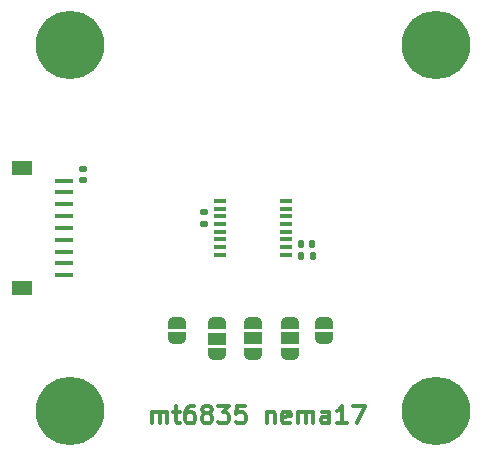
<source format=gbr>
%TF.GenerationSoftware,KiCad,Pcbnew,7.0.9*%
%TF.CreationDate,2024-01-18T20:35:56-05:00*%
%TF.ProjectId,mt6835-nema17,6d743638-3335-42d6-9e65-6d6131372e6b,rev?*%
%TF.SameCoordinates,PX85e0760PY599de50*%
%TF.FileFunction,Soldermask,Top*%
%TF.FilePolarity,Negative*%
%FSLAX46Y46*%
G04 Gerber Fmt 4.6, Leading zero omitted, Abs format (unit mm)*
G04 Created by KiCad (PCBNEW 7.0.9) date 2024-01-18 20:35:56*
%MOMM*%
%LPD*%
G01*
G04 APERTURE LIST*
G04 Aperture macros list*
%AMRoundRect*
0 Rectangle with rounded corners*
0 $1 Rounding radius*
0 $2 $3 $4 $5 $6 $7 $8 $9 X,Y pos of 4 corners*
0 Add a 4 corners polygon primitive as box body*
4,1,4,$2,$3,$4,$5,$6,$7,$8,$9,$2,$3,0*
0 Add four circle primitives for the rounded corners*
1,1,$1+$1,$2,$3*
1,1,$1+$1,$4,$5*
1,1,$1+$1,$6,$7*
1,1,$1+$1,$8,$9*
0 Add four rect primitives between the rounded corners*
20,1,$1+$1,$2,$3,$4,$5,0*
20,1,$1+$1,$4,$5,$6,$7,0*
20,1,$1+$1,$6,$7,$8,$9,0*
20,1,$1+$1,$8,$9,$2,$3,0*%
%AMFreePoly0*
4,1,19,0.500000,-0.750000,0.000000,-0.750000,0.000000,-0.744911,-0.071157,-0.744911,-0.207708,-0.704816,-0.327430,-0.627875,-0.420627,-0.520320,-0.479746,-0.390866,-0.500000,-0.250000,-0.500000,0.250000,-0.479746,0.390866,-0.420627,0.520320,-0.327430,0.627875,-0.207708,0.704816,-0.071157,0.744911,0.000000,0.744911,0.000000,0.750000,0.500000,0.750000,0.500000,-0.750000,0.500000,-0.750000,
$1*%
%AMFreePoly1*
4,1,19,0.000000,0.744911,0.071157,0.744911,0.207708,0.704816,0.327430,0.627875,0.420627,0.520320,0.479746,0.390866,0.500000,0.250000,0.500000,-0.250000,0.479746,-0.390866,0.420627,-0.520320,0.327430,-0.627875,0.207708,-0.704816,0.071157,-0.744911,0.000000,-0.744911,0.000000,-0.750000,-0.500000,-0.750000,-0.500000,0.750000,0.000000,0.750000,0.000000,0.744911,0.000000,0.744911,
$1*%
%AMFreePoly2*
4,1,19,0.550000,-0.750000,0.000000,-0.750000,0.000000,-0.744911,-0.071157,-0.744911,-0.207708,-0.704816,-0.327430,-0.627875,-0.420627,-0.520320,-0.479746,-0.390866,-0.500000,-0.250000,-0.500000,0.250000,-0.479746,0.390866,-0.420627,0.520320,-0.327430,0.627875,-0.207708,0.704816,-0.071157,0.744911,0.000000,0.744911,0.000000,0.750000,0.550000,0.750000,0.550000,-0.750000,0.550000,-0.750000,
$1*%
%AMFreePoly3*
4,1,19,0.000000,0.744911,0.071157,0.744911,0.207708,0.704816,0.327430,0.627875,0.420627,0.520320,0.479746,0.390866,0.500000,0.250000,0.500000,-0.250000,0.479746,-0.390866,0.420627,-0.520320,0.327430,-0.627875,0.207708,-0.704816,0.071157,-0.744911,0.000000,-0.744911,0.000000,-0.750000,-0.550000,-0.750000,-0.550000,0.750000,0.000000,0.750000,0.000000,0.744911,0.000000,0.744911,
$1*%
G04 Aperture macros list end*
%ADD10C,0.300000*%
%ADD11RoundRect,0.135000X0.185000X-0.135000X0.185000X0.135000X-0.185000X0.135000X-0.185000X-0.135000X0*%
%ADD12FreePoly0,90.000000*%
%ADD13FreePoly1,90.000000*%
%ADD14FreePoly2,270.000000*%
%ADD15R,1.500000X1.000000*%
%ADD16FreePoly3,270.000000*%
%ADD17RoundRect,0.140000X0.170000X-0.140000X0.170000X0.140000X-0.170000X0.140000X-0.170000X-0.140000X0*%
%ADD18R,1.050000X0.450000*%
%ADD19R,1.600000X0.400000*%
%ADD20R,1.800000X1.200000*%
%ADD21C,5.800000*%
%ADD22RoundRect,0.140000X-0.140000X-0.170000X0.140000X-0.170000X0.140000X0.170000X-0.140000X0.170000X0*%
%ADD23FreePoly0,270.000000*%
%ADD24FreePoly1,270.000000*%
G04 APERTURE END LIST*
D10*
X-8535490Y-16560828D02*
X-8535490Y-15560828D01*
X-8535490Y-15703685D02*
X-8464061Y-15632257D01*
X-8464061Y-15632257D02*
X-8321204Y-15560828D01*
X-8321204Y-15560828D02*
X-8106918Y-15560828D01*
X-8106918Y-15560828D02*
X-7964061Y-15632257D01*
X-7964061Y-15632257D02*
X-7892632Y-15775114D01*
X-7892632Y-15775114D02*
X-7892632Y-16560828D01*
X-7892632Y-15775114D02*
X-7821204Y-15632257D01*
X-7821204Y-15632257D02*
X-7678347Y-15560828D01*
X-7678347Y-15560828D02*
X-7464061Y-15560828D01*
X-7464061Y-15560828D02*
X-7321204Y-15632257D01*
X-7321204Y-15632257D02*
X-7249775Y-15775114D01*
X-7249775Y-15775114D02*
X-7249775Y-16560828D01*
X-6749775Y-15560828D02*
X-6178347Y-15560828D01*
X-6535490Y-15060828D02*
X-6535490Y-16346542D01*
X-6535490Y-16346542D02*
X-6464061Y-16489400D01*
X-6464061Y-16489400D02*
X-6321204Y-16560828D01*
X-6321204Y-16560828D02*
X-6178347Y-16560828D01*
X-5035489Y-15060828D02*
X-5321204Y-15060828D01*
X-5321204Y-15060828D02*
X-5464061Y-15132257D01*
X-5464061Y-15132257D02*
X-5535489Y-15203685D01*
X-5535489Y-15203685D02*
X-5678347Y-15417971D01*
X-5678347Y-15417971D02*
X-5749775Y-15703685D01*
X-5749775Y-15703685D02*
X-5749775Y-16275114D01*
X-5749775Y-16275114D02*
X-5678347Y-16417971D01*
X-5678347Y-16417971D02*
X-5606918Y-16489400D01*
X-5606918Y-16489400D02*
X-5464061Y-16560828D01*
X-5464061Y-16560828D02*
X-5178347Y-16560828D01*
X-5178347Y-16560828D02*
X-5035489Y-16489400D01*
X-5035489Y-16489400D02*
X-4964061Y-16417971D01*
X-4964061Y-16417971D02*
X-4892632Y-16275114D01*
X-4892632Y-16275114D02*
X-4892632Y-15917971D01*
X-4892632Y-15917971D02*
X-4964061Y-15775114D01*
X-4964061Y-15775114D02*
X-5035489Y-15703685D01*
X-5035489Y-15703685D02*
X-5178347Y-15632257D01*
X-5178347Y-15632257D02*
X-5464061Y-15632257D01*
X-5464061Y-15632257D02*
X-5606918Y-15703685D01*
X-5606918Y-15703685D02*
X-5678347Y-15775114D01*
X-5678347Y-15775114D02*
X-5749775Y-15917971D01*
X-4035490Y-15703685D02*
X-4178347Y-15632257D01*
X-4178347Y-15632257D02*
X-4249776Y-15560828D01*
X-4249776Y-15560828D02*
X-4321204Y-15417971D01*
X-4321204Y-15417971D02*
X-4321204Y-15346542D01*
X-4321204Y-15346542D02*
X-4249776Y-15203685D01*
X-4249776Y-15203685D02*
X-4178347Y-15132257D01*
X-4178347Y-15132257D02*
X-4035490Y-15060828D01*
X-4035490Y-15060828D02*
X-3749776Y-15060828D01*
X-3749776Y-15060828D02*
X-3606918Y-15132257D01*
X-3606918Y-15132257D02*
X-3535490Y-15203685D01*
X-3535490Y-15203685D02*
X-3464061Y-15346542D01*
X-3464061Y-15346542D02*
X-3464061Y-15417971D01*
X-3464061Y-15417971D02*
X-3535490Y-15560828D01*
X-3535490Y-15560828D02*
X-3606918Y-15632257D01*
X-3606918Y-15632257D02*
X-3749776Y-15703685D01*
X-3749776Y-15703685D02*
X-4035490Y-15703685D01*
X-4035490Y-15703685D02*
X-4178347Y-15775114D01*
X-4178347Y-15775114D02*
X-4249776Y-15846542D01*
X-4249776Y-15846542D02*
X-4321204Y-15989400D01*
X-4321204Y-15989400D02*
X-4321204Y-16275114D01*
X-4321204Y-16275114D02*
X-4249776Y-16417971D01*
X-4249776Y-16417971D02*
X-4178347Y-16489400D01*
X-4178347Y-16489400D02*
X-4035490Y-16560828D01*
X-4035490Y-16560828D02*
X-3749776Y-16560828D01*
X-3749776Y-16560828D02*
X-3606918Y-16489400D01*
X-3606918Y-16489400D02*
X-3535490Y-16417971D01*
X-3535490Y-16417971D02*
X-3464061Y-16275114D01*
X-3464061Y-16275114D02*
X-3464061Y-15989400D01*
X-3464061Y-15989400D02*
X-3535490Y-15846542D01*
X-3535490Y-15846542D02*
X-3606918Y-15775114D01*
X-3606918Y-15775114D02*
X-3749776Y-15703685D01*
X-2964062Y-15060828D02*
X-2035490Y-15060828D01*
X-2035490Y-15060828D02*
X-2535490Y-15632257D01*
X-2535490Y-15632257D02*
X-2321205Y-15632257D01*
X-2321205Y-15632257D02*
X-2178347Y-15703685D01*
X-2178347Y-15703685D02*
X-2106919Y-15775114D01*
X-2106919Y-15775114D02*
X-2035490Y-15917971D01*
X-2035490Y-15917971D02*
X-2035490Y-16275114D01*
X-2035490Y-16275114D02*
X-2106919Y-16417971D01*
X-2106919Y-16417971D02*
X-2178347Y-16489400D01*
X-2178347Y-16489400D02*
X-2321205Y-16560828D01*
X-2321205Y-16560828D02*
X-2749776Y-16560828D01*
X-2749776Y-16560828D02*
X-2892633Y-16489400D01*
X-2892633Y-16489400D02*
X-2964062Y-16417971D01*
X-678348Y-15060828D02*
X-1392634Y-15060828D01*
X-1392634Y-15060828D02*
X-1464062Y-15775114D01*
X-1464062Y-15775114D02*
X-1392634Y-15703685D01*
X-1392634Y-15703685D02*
X-1249776Y-15632257D01*
X-1249776Y-15632257D02*
X-892634Y-15632257D01*
X-892634Y-15632257D02*
X-749776Y-15703685D01*
X-749776Y-15703685D02*
X-678348Y-15775114D01*
X-678348Y-15775114D02*
X-606919Y-15917971D01*
X-606919Y-15917971D02*
X-606919Y-16275114D01*
X-606919Y-16275114D02*
X-678348Y-16417971D01*
X-678348Y-16417971D02*
X-749776Y-16489400D01*
X-749776Y-16489400D02*
X-892634Y-16560828D01*
X-892634Y-16560828D02*
X-1249776Y-16560828D01*
X-1249776Y-16560828D02*
X-1392634Y-16489400D01*
X-1392634Y-16489400D02*
X-1464062Y-16417971D01*
X1178794Y-15560828D02*
X1178794Y-16560828D01*
X1178794Y-15703685D02*
X1250223Y-15632257D01*
X1250223Y-15632257D02*
X1393080Y-15560828D01*
X1393080Y-15560828D02*
X1607366Y-15560828D01*
X1607366Y-15560828D02*
X1750223Y-15632257D01*
X1750223Y-15632257D02*
X1821652Y-15775114D01*
X1821652Y-15775114D02*
X1821652Y-16560828D01*
X3107366Y-16489400D02*
X2964509Y-16560828D01*
X2964509Y-16560828D02*
X2678795Y-16560828D01*
X2678795Y-16560828D02*
X2535937Y-16489400D01*
X2535937Y-16489400D02*
X2464509Y-16346542D01*
X2464509Y-16346542D02*
X2464509Y-15775114D01*
X2464509Y-15775114D02*
X2535937Y-15632257D01*
X2535937Y-15632257D02*
X2678795Y-15560828D01*
X2678795Y-15560828D02*
X2964509Y-15560828D01*
X2964509Y-15560828D02*
X3107366Y-15632257D01*
X3107366Y-15632257D02*
X3178795Y-15775114D01*
X3178795Y-15775114D02*
X3178795Y-15917971D01*
X3178795Y-15917971D02*
X2464509Y-16060828D01*
X3821651Y-16560828D02*
X3821651Y-15560828D01*
X3821651Y-15703685D02*
X3893080Y-15632257D01*
X3893080Y-15632257D02*
X4035937Y-15560828D01*
X4035937Y-15560828D02*
X4250223Y-15560828D01*
X4250223Y-15560828D02*
X4393080Y-15632257D01*
X4393080Y-15632257D02*
X4464509Y-15775114D01*
X4464509Y-15775114D02*
X4464509Y-16560828D01*
X4464509Y-15775114D02*
X4535937Y-15632257D01*
X4535937Y-15632257D02*
X4678794Y-15560828D01*
X4678794Y-15560828D02*
X4893080Y-15560828D01*
X4893080Y-15560828D02*
X5035937Y-15632257D01*
X5035937Y-15632257D02*
X5107366Y-15775114D01*
X5107366Y-15775114D02*
X5107366Y-16560828D01*
X6464509Y-16560828D02*
X6464509Y-15775114D01*
X6464509Y-15775114D02*
X6393080Y-15632257D01*
X6393080Y-15632257D02*
X6250223Y-15560828D01*
X6250223Y-15560828D02*
X5964509Y-15560828D01*
X5964509Y-15560828D02*
X5821651Y-15632257D01*
X6464509Y-16489400D02*
X6321651Y-16560828D01*
X6321651Y-16560828D02*
X5964509Y-16560828D01*
X5964509Y-16560828D02*
X5821651Y-16489400D01*
X5821651Y-16489400D02*
X5750223Y-16346542D01*
X5750223Y-16346542D02*
X5750223Y-16203685D01*
X5750223Y-16203685D02*
X5821651Y-16060828D01*
X5821651Y-16060828D02*
X5964509Y-15989400D01*
X5964509Y-15989400D02*
X6321651Y-15989400D01*
X6321651Y-15989400D02*
X6464509Y-15917971D01*
X7964509Y-16560828D02*
X7107366Y-16560828D01*
X7535937Y-16560828D02*
X7535937Y-15060828D01*
X7535937Y-15060828D02*
X7393080Y-15275114D01*
X7393080Y-15275114D02*
X7250223Y-15417971D01*
X7250223Y-15417971D02*
X7107366Y-15489400D01*
X8464508Y-15060828D02*
X9464508Y-15060828D01*
X9464508Y-15060828D02*
X8821651Y-16560828D01*
D11*
%TO.C,R101*%
X-4170000Y1350000D03*
X-4170000Y330000D03*
%TD*%
D12*
%TO.C,JP105*%
X-6430000Y-9340000D03*
D13*
X-6430000Y-8040000D03*
%TD*%
D14*
%TO.C,JP102*%
X3130000Y-8060000D03*
D15*
X3130000Y-9360000D03*
D16*
X3130000Y-10660000D03*
%TD*%
D17*
%TO.C,C101*%
X-14370000Y4050000D03*
X-14370000Y5010000D03*
%TD*%
D18*
%TO.C,U101*%
X-2775000Y2275000D03*
X-2775000Y1625000D03*
X-2775000Y975000D03*
X-2775000Y325000D03*
X-2775000Y-325000D03*
X-2775000Y-975000D03*
X-2775000Y-1625000D03*
X-2775000Y-2275000D03*
X2775000Y-2275000D03*
X2775000Y-1625000D03*
X2775000Y-975000D03*
X2775000Y-325000D03*
X2775000Y325000D03*
X2775000Y975000D03*
X2775000Y1625000D03*
X2775000Y2275000D03*
%TD*%
D19*
%TO.C,J101*%
X-15972500Y3990000D03*
X-15972500Y2990000D03*
X-15972500Y1990000D03*
X-15972500Y990000D03*
X-15972500Y-10000D03*
X-15972500Y-1010000D03*
X-15972500Y-2010000D03*
X-15972500Y-3010000D03*
X-15972500Y-4010000D03*
D20*
X-19552500Y-5110000D03*
X-19552500Y5090000D03*
%TD*%
D14*
%TO.C,JP104*%
X-3020000Y-8080000D03*
D15*
X-3020000Y-9380000D03*
D16*
X-3020000Y-10680000D03*
%TD*%
D21*
%TO.C,H101*%
X-15500000Y15500000D03*
X-15500000Y-15500000D03*
X15500000Y15500000D03*
X15500000Y-15500000D03*
%TD*%
D22*
%TO.C,C103*%
X4070000Y-1340000D03*
X5030000Y-1340000D03*
%TD*%
%TO.C,C102*%
X4080000Y-2350000D03*
X5040000Y-2350000D03*
%TD*%
D14*
%TO.C,JP103*%
X0Y-8060000D03*
D15*
X0Y-9360000D03*
D16*
X0Y-10660000D03*
%TD*%
D23*
%TO.C,JP101*%
X6040000Y-8050000D03*
D24*
X6040000Y-9350000D03*
%TD*%
M02*

</source>
